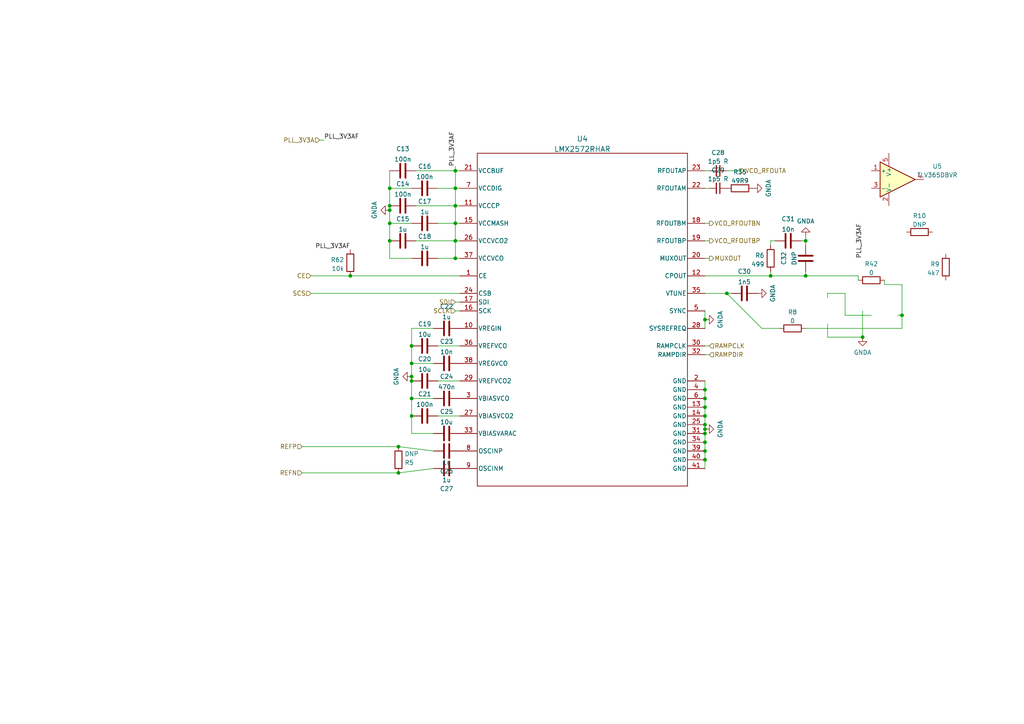
<source format=kicad_sch>
(kicad_sch (version 20230121) (generator eeschema)
  (paper "A4")
  (lib_symbols
    (symbol "Amplifier_Operational:TLV172IDCK" (pin_names (offset 0.127))
      (property "Reference" "U" (at 7.62 2.54 0))
      (property "Value" "TLV172IDCK" (at 11.43 -2.54 0))
      (symbol "TLV172IDCK_0_1"
        (polyline (pts (xy -2.54 5.08) (xy -2.54 -5.08) (xy 7.62 0) (xy -2.54 5.08)) (stroke (width 0.254)) (fill (type background)))
      )
      (symbol "TLV172IDCK_1_1"
        (pin input line (at -5.08 2.54 0) (length 2.54) (name "+") (number "1"))
        (pin power_in line (at 0 -7.62 90) (length 3.81) (name "V-") (number "2"))
        (pin input line (at -5.08 -2.54 0) (length 2.54) (name "-") (number "3"))
        (pin output line (at 10.16 0 180) (length 2.54) (name "~") (number "4"))
        (pin power_in line (at 0 7.62 270) (length 3.81) (name "V+") (number "5"))
      )
    )
    (symbol "Device:C" (pin_numbers hide) (pin_names (offset 0.254))
      (property "Reference" "C" (at 0.635 2.54 0))
      (property "Value" "C" (at 0.635 -2.54 0))
      (symbol "C_0_1"
        (polyline (pts (xy -2.032 -0.762) (xy 2.032 -0.762)) (stroke (width 0.508)))
        (polyline (pts (xy -2.032 0.762) (xy 2.032 0.762)) (stroke (width 0.508)))
      )
      (symbol "C_1_1"
        (pin passive line (at 0 3.81 270) (length 2.794) (name "~") (number "1"))
        (pin passive line (at 0 -3.81 90) (length 2.794) (name "~") (number "2"))
      )
    )
    (symbol "Device:C_Small" (pin_numbers hide) (pin_names (offset 0.254) hide)
      (property "Reference" "C" (at 0.254 1.778 0))
      (property "Value" "C_Small" (at 0.254 -2.032 0))
      (symbol "C_Small_0_1"
        (polyline (pts (xy -1.524 -0.508) (xy 1.524 -0.508)) (stroke (width 0.3302)))
        (polyline (pts (xy -1.524 0.508) (xy 1.524 0.508)) (stroke (width 0.3048)))
      )
      (symbol "C_Small_1_1"
        (pin passive line (at 0 2.54 270) (length 2.032) (name "~") (number "1"))
        (pin passive line (at 0 -2.54 90) (length 2.032) (name "~") (number "2"))
      )
    )
    (symbol "Device:R" (pin_numbers hide) (pin_names (offset 0))
      (property "Reference" "R" (at 2.032 0 90))
      (property "Value" "R" (at 0 0 90))
      (symbol "R_0_1"
        (rectangle (start -1.016 -2.54) (end 1.016 2.54) (stroke (width 0.254)))
      )
      (symbol "R_1_1"
        (pin passive line (at 0 3.81 270) (length 1.27) (name "~") (number "1"))
        (pin passive line (at 0 -3.81 90) (length 1.27) (name "~") (number "2"))
      )
    )
    (symbol "LMX2572:LMX2572RHAR" (pin_names (offset 0.254))
      (property "Reference" "U" (at 0 2.54 0))
      (property "Value" "LMX2572RHAR" (at 0 0 0))
      (symbol "LMX2572RHAR_0_1"
        (polyline (pts (xy -30.48 -48.26) (xy 30.48 -48.26)) (stroke (width 0.2032)))
        (polyline (pts (xy -30.48 48.26) (xy -30.48 -48.26)) (stroke (width 0.2032)))
        (polyline (pts (xy 30.48 -48.26) (xy 30.48 48.26)) (stroke (width 0.2032)))
        (polyline (pts (xy 30.48 48.26) (xy -30.48 48.26)) (stroke (width 0.2032)))
        (pin input line (at -35.56 12.7 0) (length 5.08) (name "CE") (number "1"))
        (pin power_in line (at -35.56 -2.54 0) (length 5.08) (name "VREGIN") (number "10"))
        (pin power_in line (at -35.56 33.02 0) (length 5.08) (name "VCCCP") (number "11"))
        (pin unspecified line (at 35.56 12.7 180) (length 5.08) (name "CPOUT") (number "12"))
        (pin power_in line (at 35.56 -25.4 180) (length 5.08) (name "GND") (number "13"))
        (pin power_in line (at 35.56 -27.94 180) (length 5.08) (name "GND") (number "14"))
        (pin power_in line (at -35.56 27.94 0) (length 5.08) (name "VCCMASH") (number "15"))
        (pin input line (at -35.56 2.54 0) (length 5.08) (name "SCK") (number "16"))
        (pin input line (at -35.56 5.08 0) (length 5.08) (name "SDI") (number "17"))
        (pin output line (at 35.56 27.94 180) (length 5.08) (name "RFOUTBM") (number "18"))
        (pin output line (at 35.56 22.86 180) (length 5.08) (name "RFOUTBP") (number "19"))
        (pin power_in line (at 35.56 -17.78 180) (length 5.08) (name "GND") (number "2"))
        (pin output line (at 35.56 17.78 180) (length 5.08) (name "MUXOUT") (number "20"))
        (pin power_in line (at -35.56 43.18 0) (length 5.08) (name "VCCBUF") (number "21"))
        (pin output line (at 35.56 38.1 180) (length 5.08) (name "RFOUTAM") (number "22"))
        (pin output line (at 35.56 43.18 180) (length 5.08) (name "RFOUTAP") (number "23"))
        (pin input line (at -35.56 7.62 0) (length 5.08) (name "CSB") (number "24"))
        (pin power_in line (at 35.56 -30.48 180) (length 5.08) (name "GND") (number "25"))
        (pin power_in line (at -35.56 22.86 0) (length 5.08) (name "VCCVCO2") (number "26"))
        (pin power_in line (at -35.56 -27.94 0) (length 5.08) (name "VBIASVCO2") (number "27"))
        (pin input line (at 35.56 -2.54 180) (length 5.08) (name "SYSREFREQ") (number "28"))
        (pin power_in line (at -35.56 -17.78 0) (length 5.08) (name "VREFVCO2") (number "29"))
        (pin power_in line (at -35.56 -22.86 0) (length 5.08) (name "VBIASVCO") (number "3"))
        (pin input line (at 35.56 -7.62 180) (length 5.08) (name "RAMPCLK") (number "30"))
        (pin power_in line (at 35.56 -33.02 180) (length 5.08) (name "GND") (number "31"))
        (pin input line (at 35.56 -10.16 180) (length 5.08) (name "RAMPDIR") (number "32"))
        (pin power_in line (at -35.56 -33.02 0) (length 5.08) (name "VBIASVARAC") (number "33"))
        (pin power_in line (at 35.56 -35.56 180) (length 5.08) (name "GND") (number "34"))
        (pin input line (at 35.56 7.62 180) (length 5.08) (name "VTUNE") (number "35"))
        (pin power_in line (at -35.56 -7.62 0) (length 5.08) (name "VREFVCO") (number "36"))
        (pin power_in line (at -35.56 17.78 0) (length 5.08) (name "VCCVCO") (number "37"))
        (pin power_in line (at -35.56 -12.7 0) (length 5.08) (name "VREGVCO") (number "38"))
        (pin power_in line (at 35.56 -38.1 180) (length 5.08) (name "GND") (number "39"))
        (pin power_in line (at 35.56 -20.32 180) (length 5.08) (name "GND") (number "4"))
        (pin power_in line (at 35.56 -40.64 180) (length 5.08) (name "GND") (number "40"))
        (pin power_in line (at 35.56 -43.18 180) (length 5.08) (name "GND") (number "41"))
        (pin input line (at 35.56 2.54 180) (length 5.08) (name "SYNC") (number "5"))
        (pin power_in line (at 35.56 -22.86 180) (length 5.08) (name "GND") (number "6"))
        (pin power_in line (at -35.56 38.1 0) (length 5.08) (name "VCCDIG") (number "7"))
        (pin input line (at -35.56 -38.1 0) (length 5.08) (name "OSCINP") (number "8"))
        (pin input line (at -35.56 -43.18 0) (length 5.08) (name "OSCINM") (number "9"))
      )
    )
    (symbol "power:GNDA" (power) (pin_names (offset 0))
      (property "Value" "GNDA" (at 0 -3.81 0))
      (symbol "GNDA_0_1"
        (polyline (pts (xy 0 0) (xy 0 -1.27) (xy 1.27 -1.27) (xy 0 -2.54) (xy -1.27 -1.27) (xy 0 -1.27)))
      )
      (symbol "GNDA_1_1"
        (pin power_in line (at 0 0 270) (length 0) hide (name "GNDA") (number "1"))
      )
    )
  )
  (junction (at 204.47 118.11))
  (junction (at 132.08 54.61))
  (junction (at 233.68 69.85))
  (junction (at 204.47 120.65))
  (junction (at 204.47 113.03))
  (junction (at 113.03 64.77))
  (junction (at 132.08 49.53))
  (junction (at 204.47 124.46))
  (junction (at 115.57 129.54))
  (junction (at 204.47 133.35))
  (junction (at 115.57 137.16))
  (junction (at 113.03 60.96))
  (junction (at 119.38 105.41))
  (junction (at 204.47 115.57))
  (junction (at 119.38 115.57))
  (junction (at 204.47 128.27))
  (junction (at 250.19 97.79))
  (junction (at 113.03 69.85))
  (junction (at 204.47 123.19))
  (junction (at 132.08 64.77))
  (junction (at 119.38 110.49))
  (junction (at 132.08 59.69))
  (junction (at 119.38 109.22))
  (junction (at 204.47 125.73))
  (junction (at 119.38 100.33))
  (junction (at 261.62 91.44))
  (junction (at 132.08 69.85))
  (junction (at 119.38 120.65))
  (junction (at 101.6 80.01))
  (junction (at 204.47 130.81))
  (junction (at 233.68 80.01))
  (junction (at 113.03 54.61))
  (junction (at 204.47 92.71))
  (junction (at 132.08 74.93))
  (junction (at 223.52 80.01))
  (junction (at 113.03 59.69))
  (junction (at 210.82 85.09))
  (wire (pts (xy 210.82 85.09) (xy 212.09 85.09)))
  (wire (pts (xy 119.38 110.49) (xy 119.38 115.57)))
  (wire (pts (xy 113.03 60.96) (xy 113.03 59.69)))
  (wire (pts (xy 233.68 78.74) (xy 233.68 80.01)))
  (wire (pts (xy 256.54 81.28) (xy 256.54 82.55)))
  (wire (pts (xy 233.68 95.25) (xy 261.62 95.25)))
  (wire (pts (xy 119.38 115.57) (xy 125.73 115.57)))
  (wire (pts (xy 204.47 133.35) (xy 204.47 135.89)))
  (wire (pts (xy 120.65 49.53) (xy 132.08 49.53)))
  (wire (pts (xy 223.52 78.74) (xy 223.52 80.01)))
  (wire (pts (xy 119.38 115.57) (xy 119.38 120.65)))
  (wire (pts (xy 119.38 105.41) (xy 125.73 105.41)))
  (wire (pts (xy 132.08 59.69) (xy 133.35 59.69)))
  (wire (pts (xy 115.57 129.54) (xy 125.73 130.81)))
  (wire (pts (xy 204.47 120.65) (xy 204.47 123.19)))
  (wire (pts (xy 90.17 85.09) (xy 133.35 85.09)))
  (wire (pts (xy 101.6 80.01) (xy 133.35 80.01)))
  (wire (pts (xy 132.08 87.63) (xy 133.35 87.63)))
  (wire (pts (xy 245.11 85.09) (xy 245.11 91.44)))
  (wire (pts (xy 204.47 54.61) (xy 205.74 54.61)))
  (wire (pts (xy 260.35 91.44) (xy 261.62 91.44)))
  (wire (pts (xy 261.62 91.44) (xy 261.62 82.55)))
  (wire (pts (xy 87.63 129.54) (xy 115.57 129.54)))
  (wire (pts (xy 205.74 74.93) (xy 204.47 74.93)))
  (wire (pts (xy 224.79 69.85) (xy 223.52 69.85)))
  (wire (pts (xy 113.03 54.61) (xy 113.03 49.53)))
  (wire (pts (xy 132.08 59.69) (xy 132.08 64.77)))
  (wire (pts (xy 204.47 124.46) (xy 204.47 125.73)))
  (wire (pts (xy 214.63 49.53) (xy 210.82 49.53)))
  (wire (pts (xy 132.08 69.85) (xy 133.35 69.85)))
  (wire (pts (xy 261.62 95.25) (xy 261.62 91.44)))
  (wire (pts (xy 204.47 110.49) (xy 204.47 113.03)))
  (wire (pts (xy 204.47 80.01) (xy 223.52 80.01)))
  (wire (pts (xy 233.68 80.01) (xy 248.92 80.01)))
  (wire (pts (xy 119.38 109.22) (xy 119.38 110.49)))
  (wire (pts (xy 240.03 93.98) (xy 240.03 97.79)))
  (wire (pts (xy 113.03 74.93) (xy 113.03 69.85)))
  (wire (pts (xy 87.63 137.16) (xy 115.57 137.16)))
  (wire (pts (xy 127 110.49) (xy 133.35 110.49)))
  (wire (pts (xy 127 54.61) (xy 132.08 54.61)))
  (wire (pts (xy 240.03 97.79) (xy 250.19 97.79)))
  (wire (pts (xy 132.08 69.85) (xy 132.08 74.93)))
  (wire (pts (xy 132.08 48.26) (xy 132.08 49.53)))
  (wire (pts (xy 119.38 74.93) (xy 113.03 74.93)))
  (wire (pts (xy 205.74 69.85) (xy 204.47 69.85)))
  (wire (pts (xy 204.47 85.09) (xy 210.82 85.09)))
  (wire (pts (xy 204.47 92.71) (xy 204.47 95.25)))
  (wire (pts (xy 132.08 54.61) (xy 132.08 59.69)))
  (wire (pts (xy 233.68 68.58) (xy 233.68 69.85)))
  (wire (pts (xy 127 74.93) (xy 132.08 74.93)))
  (wire (pts (xy 205.74 100.33) (xy 204.47 100.33)))
  (wire (pts (xy 127 100.33) (xy 133.35 100.33)))
  (wire (pts (xy 204.47 90.17) (xy 204.47 92.71)))
  (wire (pts (xy 90.17 80.01) (xy 101.6 80.01)))
  (wire (pts (xy 92.71 40.64) (xy 93.98 40.64)))
  (wire (pts (xy 113.03 64.77) (xy 119.38 64.77)))
  (wire (pts (xy 119.38 125.73) (xy 119.38 120.65)))
  (wire (pts (xy 119.38 100.33) (xy 119.38 105.41)))
  (wire (pts (xy 132.08 74.93) (xy 133.35 74.93)))
  (wire (pts (xy 252.73 91.44) (xy 245.11 91.44)))
  (wire (pts (xy 233.68 69.85) (xy 233.68 71.12)))
  (wire (pts (xy 204.47 128.27) (xy 204.47 130.81)))
  (wire (pts (xy 210.82 85.09) (xy 220.98 95.25)))
  (wire (pts (xy 204.47 49.53) (xy 205.74 49.53)))
  (wire (pts (xy 125.73 95.25) (xy 119.38 95.25)))
  (wire (pts (xy 248.92 80.01) (xy 248.92 81.28)))
  (wire (pts (xy 223.52 80.01) (xy 233.68 80.01)))
  (wire (pts (xy 125.73 125.73) (xy 119.38 125.73)))
  (wire (pts (xy 127 120.65) (xy 133.35 120.65)))
  (wire (pts (xy 250.19 90.17) (xy 250.19 97.79)))
  (wire (pts (xy 132.08 90.17) (xy 133.35 90.17)))
  (wire (pts (xy 132.08 49.53) (xy 133.35 49.53)))
  (wire (pts (xy 232.41 69.85) (xy 233.68 69.85)))
  (wire (pts (xy 132.08 54.61) (xy 133.35 54.61)))
  (wire (pts (xy 132.08 64.77) (xy 133.35 64.77)))
  (wire (pts (xy 204.47 123.19) (xy 204.47 124.46)))
  (wire (pts (xy 204.47 130.81) (xy 204.47 133.35)))
  (wire (pts (xy 119.38 95.25) (xy 119.38 100.33)))
  (wire (pts (xy 204.47 113.03) (xy 204.47 115.57)))
  (wire (pts (xy 113.03 69.85) (xy 113.03 64.77)))
  (wire (pts (xy 132.08 49.53) (xy 132.08 54.61)))
  (wire (pts (xy 113.03 59.69) (xy 113.03 54.61)))
  (wire (pts (xy 205.74 64.77) (xy 204.47 64.77)))
  (wire (pts (xy 204.47 118.11) (xy 204.47 120.65)))
  (wire (pts (xy 127 64.77) (xy 132.08 64.77)))
  (wire (pts (xy 120.65 59.69) (xy 132.08 59.69)))
  (wire (pts (xy 113.03 64.77) (xy 113.03 60.96)))
  (wire (pts (xy 204.47 125.73) (xy 204.47 128.27)))
  (wire (pts (xy 119.38 105.41) (xy 119.38 109.22)))
  (wire (pts (xy 223.52 69.85) (xy 223.52 71.12)))
  (wire (pts (xy 204.47 115.57) (xy 204.47 118.11)))
  (wire (pts (xy 256.54 82.55) (xy 261.62 82.55)))
  (wire (pts (xy 240.03 85.09) (xy 245.11 85.09)))
  (wire (pts (xy 220.98 95.25) (xy 226.06 95.25)))
  (wire (pts (xy 120.65 69.85) (xy 132.08 69.85)))
  (wire (pts (xy 240.03 86.36) (xy 240.03 85.09)))
  (wire (pts (xy 113.03 54.61) (xy 119.38 54.61)))
  (wire (pts (xy 132.08 64.77) (xy 132.08 69.85)))
  (wire (pts (xy 115.57 137.16) (xy 125.73 135.89)))
  (wire (pts (xy 205.74 102.87) (xy 204.47 102.87)))
  (label "PLL_3V3AF" (at 101.6 72.39 180))
  (label "PLL_3V3AF" (at 93.98 40.64 0))
  (label "PLL_3V3AF" (at 132.08 48.26 90))
  (label "PLL_3V3AF" (at 250.19 74.93 90))
  (hierarchical_label "VCO_RFOUTA" (shape output) (at 214.63 49.53 0))
  (hierarchical_label "RAMPCLK" (shape input) (at 205.74 100.33 0))
  (hierarchical_label "SCS" (shape input) (at 90.17 85.09 180))
  (hierarchical_label "REFP" (shape input) (at 87.63 129.54 180))
  (hierarchical_label "REFN" (shape input) (at 87.63 137.16 180))
  (hierarchical_label "PLL_3V3A" (shape input) (at 92.71 40.64 180))
  (hierarchical_label "VCO_RFOUTBP" (shape output) (at 205.74 69.85 0))
  (hierarchical_label "SCLK" (shape input) (at 132.08 90.17 180))
  (hierarchical_label "MUXOUT" (shape output) (at 205.74 74.93 0))
  (hierarchical_label "RAMPDIR" (shape input) (at 205.74 102.87 0))
  (hierarchical_label "VCO_RFOUTBN" (shape output) (at 205.74 64.77 0))
  (hierarchical_label "CE" (shape input) (at 90.17 80.01 180))
  (hierarchical_label "SDI" (shape input) (at 132.08 87.63 180))
  (symbol (lib_id "power:GNDA") (at 204.47 124.46 90) (unit 1)
    (property "Reference" "#PWR0124" (effects hide))
    (property "Value" "GNDA" (at 208.9134 124.46 0))
  )
  (symbol (lib_id "Device:R") (at 252.73 81.28 270) (mirror x) (unit 1)
    (property "Reference" "R42" (at 252.73 76.5642 90))
    (property "Value" "0" (at 252.73 79.1011 90))
    (property "Footprint" "Resistor_SMD:R_0402_1005Metric" (effects hide))
  )
  (symbol (lib_id "Device:C") (at 123.19 120.65 90) (unit 1)
    (property "Reference" "C21" (at 123.19 114.3 90))
    (property "Value" "100n" (at 123.19 117.3281 90))
    (property "Footprint" "Capacitor_SMD:C_0402_1005Metric" (effects hide))
  )
  (symbol (lib_id "Device:C") (at 215.9 85.09 270) (mirror x) (unit 1)
    (property "Reference" "C30" (at 215.9 78.74 90))
    (property "Value" "1n5" (at 215.9 81.7681 90))
    (property "Footprint" "Capacitor_SMD:C_0402_1005Metric" (effects hide))
  )
  (symbol (lib_id "Device:C") (at 123.19 64.77 90) (unit 1)
    (property "Reference" "C17" (at 123.19 58.42 90))
    (property "Value" "1u" (at 123.19 61.4481 90))
    (property "Footprint" "Capacitor_SMD:C_0402_1005Metric" (effects hide))
  )
  (symbol (lib_id "Device:C") (at 129.54 95.25 90) (unit 1)
    (property "Reference" "C22" (at 129.54 88.9 90))
    (property "Value" "1u" (at 129.54 91.9281 90))
    (property "Footprint" "Capacitor_SMD:C_0402_1005Metric" (effects hide))
  )
  (symbol (lib_id "Device:C") (at 228.6 69.85 90) (unit 1)
    (property "Reference" "C31" (at 228.6 63.5 90))
    (property "Value" "10n" (at 228.6 66.5281 90))
    (property "Footprint" "Capacitor_SMD:C_0402_1005Metric" (effects hide))
  )
  (symbol (lib_id "power:GNDA") (at 204.47 92.71 90) (mirror x) (unit 1)
    (property "Reference" "#PWR0127" (effects hide))
    (property "Value" "GNDA" (at 208.9134 92.71 0))
  )
  (symbol (lib_id "Device:R") (at 266.7 67.31 90) (mirror x) (unit 1)
    (property "Reference" "R10" (at 266.7 62.5942 90))
    (property "Value" "DNP" (at 266.7 65.1311 90))
    (property "Footprint" "Resistor_SMD:R_0402_1005Metric" (effects hide))
  )
  (symbol (lib_id "LMX2572:LMX2572RHAR") (at 168.91 92.71 0) (unit 1)
    (property "Reference" "U4" (at 168.91 40.2643 0) (effects (font (size 1.524 1.524))))
    (property "Value" "LMX2572RHAR" (at 168.91 43.2577 0) (effects (font (size 1.524 1.524))))
    (property "Footprint" "LMX2572:RHA0040H" (effects hide))
    (property "Datasheet" "LMX2572RHAR" (effects hide))
  )
  (symbol (lib_id "Device:C") (at 123.19 74.93 90) (unit 1)
    (property "Reference" "C18" (at 123.19 68.58 90))
    (property "Value" "1u" (at 123.19 71.6081 90))
    (property "Footprint" "Capacitor_SMD:C_0402_1005Metric" (effects hide))
  )
  (symbol (lib_id "Device:C") (at 129.54 115.57 90) (unit 1)
    (property "Reference" "C24" (at 129.54 109.22 90))
    (property "Value" "470n" (at 129.54 112.2481 90))
    (property "Footprint" "Capacitor_SMD:C_0402_1005Metric" (effects hide))
  )
  (symbol (lib_id "Device:C") (at 129.54 130.81 90) (mirror x) (unit 1)
    (property "Reference" "C26" (at 129.54 136.6688 90))
    (property "Value" "1u" (at 129.54 134.1319 90))
    (property "Footprint" "Capacitor_SMD:C_0402_1005Metric" (effects hide))
  )
  (symbol (lib_id "Device:R") (at 101.6 76.2 0) (mirror x) (unit 1)
    (property "Reference" "R62" (at 99.822 75.3653 0) (effects (justify right)))
    (property "Value" "10k" (at 99.822 77.9022 0) (effects (justify right)))
    (property "Footprint" "Resistor_SMD:R_0402_1005Metric" (effects hide))
  )
  (symbol (lib_id "Device:C") (at 233.68 74.93 180) (unit 1)
    (property "Reference" "C32" (at 227.33 74.93 90))
    (property "Value" "DNP" (at 230.3581 74.93 90))
    (property "Footprint" "Capacitor_SMD:C_0402_1005Metric" (effects hide))
  )
  (symbol (lib_id "Amplifier_Operational:TLV172IDCK") (at 257.81 52.07 0) (unit 1)
    (property "Reference" "U5" (at 271.8352 48.2433 0))
    (property "Value" "TLV365DBVR" (at 271.8352 50.7802 0))
    (property "Footprint" "Package_TO_SOT_SMD:SOT-353_SC-70-5" (effects hide))
    (property "Datasheet" "http://www.ti.com/lit/ds/symlink/tlv172.pdf" (effects hide))
  )
  (symbol (lib_id "Device:R") (at 274.32 77.47 0) (mirror x) (unit 1)
    (property "Reference" "R9" (at 272.542 76.6353 0) (effects (justify right)))
    (property "Value" "4k7" (at 272.542 79.1722 0) (effects (justify right)))
    (property "Footprint" "Resistor_SMD:R_0402_1005Metric" (effects hide))
  )
  (symbol (lib_id "Device:C") (at 129.54 105.41 90) (unit 1)
    (property "Reference" "C23" (at 129.54 99.06 90))
    (property "Value" "10n" (at 129.54 102.0881 90))
    (property "Footprint" "Capacitor_SMD:C_0402_1005Metric" (effects hide))
  )
  (symbol (lib_id "Device:R") (at 223.52 74.93 0) (mirror x) (unit 1)
    (property "Reference" "R6" (at 221.742 74.0953 0) (effects (justify right)))
    (property "Value" "499" (at 221.742 76.6322 0) (effects (justify right)))
    (property "Footprint" "Resistor_SMD:R_0402_1005Metric" (effects hide))
  )
  (symbol (lib_id "power:GNDA") (at 233.68 68.58 0) (mirror x) (unit 1)
    (property "Reference" "#PWR0121" (effects hide))
    (property "Value" "GNDA" (at 233.68 64.1366 0))
  )
  (symbol (lib_id "Device:C_Small") (at 208.28 54.61 270) (unit 1)
    (property "Reference" "C29" (at 208.2736 49.3481 90))
    (property "Value" "1p5 R" (at 208.2736 51.885 90))
    (property "Footprint" "Capacitor_SMD:C_0402_1005Metric" (effects hide))
  )
  (symbol (lib_id "Device:C") (at 129.54 125.73 90) (unit 1)
    (property "Reference" "C25" (at 129.54 119.38 90))
    (property "Value" "10u" (at 129.54 122.4081 90))
    (property "Footprint" "Capacitor_SMD:C_0603_1608Metric" (effects hide))
  )
  (symbol (lib_id "power:GNDA") (at 119.38 109.22 270) (unit 1)
    (property "Reference" "#PWR0118" (effects hide))
    (property "Value" "GNDA" (at 114.9366 109.22 0))
  )
  (symbol (lib_id "Device:C") (at 123.19 54.61 90) (unit 1)
    (property "Reference" "C16" (at 123.19 48.26 90))
    (property "Value" "100n" (at 123.19 51.2881 90))
    (property "Footprint" "Capacitor_SMD:C_0402_1005Metric" (effects hide))
  )
  (symbol (lib_id "power:GNDA") (at 250.19 97.79 0) (unit 1)
    (property "Reference" "#PWR0122" (effects hide))
    (property "Value" "GNDA" (at 250.19 102.2334 0))
  )
  (symbol (lib_id "Device:C") (at 123.19 110.49 90) (unit 1)
    (property "Reference" "C20" (at 123.19 104.14 90))
    (property "Value" "10u" (at 123.19 107.1681 90))
    (property "Footprint" "Capacitor_SMD:C_0603_1608Metric" (effects hide))
  )
  (symbol (lib_id "Device:R") (at 115.57 133.35 0) (mirror x) (unit 1)
    (property "Reference" "R5" (at 117.348 134.1847 0) (effects (justify left)))
    (property "Value" "DNP" (at 117.348 131.6478 0) (effects (justify left)))
    (property "Footprint" "Resistor_SMD:R_0402_1005Metric" (effects hide))
  )
  (symbol (lib_id "power:GNDA") (at 219.71 85.09 90) (mirror x) (unit 1)
    (property "Reference" "#PWR0126" (effects hide))
    (property "Value" "GNDA" (at 224.1534 85.09 0))
  )
  (symbol (lib_id "power:GNDA") (at 218.44 54.61 90) (mirror x) (unit 1)
    (property "Reference" "#PWR0123" (effects hide))
    (property "Value" "GNDA" (at 222.8834 54.61 0))
  )
  (symbol (lib_id "Device:C") (at 129.54 135.89 90) (mirror x) (unit 1)
    (property "Reference" "C27" (at 129.54 141.7488 90))
    (property "Value" "1u" (at 129.54 139.2119 90))
    (property "Footprint" "Capacitor_SMD:C_0402_1005Metric" (effects hide))
  )
  (symbol (lib_id "Device:C") (at 116.84 59.69 90) (unit 1)
    (property "Reference" "C14" (at 116.84 53.34 90))
    (property "Value" "100n" (at 116.84 56.3681 90))
    (property "Footprint" "Capacitor_SMD:C_0402_1005Metric" (effects hide))
  )
  (symbol (lib_id "Device:R") (at 229.87 95.25 270) (mirror x) (unit 1)
    (property "Reference" "R8" (at 229.87 90.5342 90))
    (property "Value" "0" (at 229.87 93.0711 90))
    (property "Footprint" "Resistor_SMD:R_0402_1005Metric" (effects hide))
  )
  (symbol (lib_id "Device:C") (at 116.84 49.53 90) (unit 1)
    (property "Reference" "C13" (at 116.84 43.18 90))
    (property "Value" "100n" (at 116.84 46.2081 90))
    (property "Footprint" "Capacitor_SMD:C_0402_1005Metric" (effects hide))
  )
  (symbol (lib_id "Device:C_Small") (at 208.28 49.53 270) (unit 1)
    (property "Reference" "C28" (at 208.2736 44.2681 90))
    (property "Value" "1p5 R" (at 208.2736 46.805 90))
    (property "Footprint" "Capacitor_SMD:C_0402_1005Metric" (effects hide))
  )
  (symbol (lib_id "Device:R") (at 214.63 54.61 270) (mirror x) (unit 1)
    (property "Reference" "R35" (at 214.63 49.8942 90))
    (property "Value" "49R9" (at 214.63 52.4311 90))
    (property "Footprint" "Resistor_SMD:R_0402_1005Metric" (effects hide))
  )
  (symbol (lib_id "Device:C") (at 123.19 100.33 90) (unit 1)
    (property "Reference" "C19" (at 123.19 93.98 90))
    (property "Value" "10u" (at 123.19 97.0081 90))
    (property "Footprint" "Capacitor_SMD:C_0603_1608Metric" (effects hide))
  )
  (symbol (lib_id "Device:C") (at 116.84 69.85 90) (unit 1)
    (property "Reference" "C15" (at 116.84 63.5 90))
    (property "Value" "1u" (at 116.84 66.5281 90))
    (property "Footprint" "Capacitor_SMD:C_0402_1005Metric" (effects hide))
  )
  (symbol (lib_id "power:GNDA") (at 113.03 60.96 270) (unit 1)
    (property "Reference" "#PWR0119" (effects hide))
    (property "Value" "GNDA" (at 108.5866 60.96 0))
  )
)
</source>
